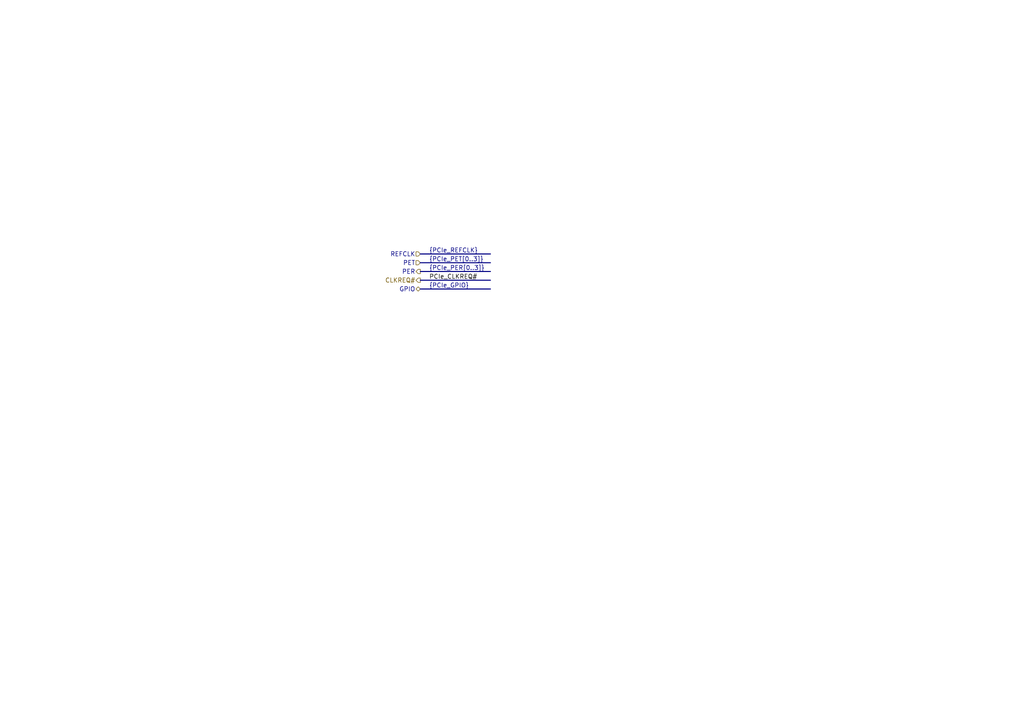
<source format=kicad_sch>
(kicad_sch
	(version 20250114)
	(generator "eeschema")
	(generator_version "9.0")
	(uuid "43c4c4ad-f5b8-4d3e-8714-5d0955b9fadf")
	(paper "A4")
	(title_block
		(date "2026-01-09")
		(rev "1.0.0")
	)
	(lib_symbols)
	(bus_alias "PCIe_REFCLK"
		(members "PCIe_REFCLK+" "PCIe_REFCLK-")
	)
	(bus
		(pts
			(xy 142.24 73.66) (xy 121.92 73.66)
		)
		(stroke
			(width 0)
			(type default)
		)
		(uuid "0300f07a-b675-4aaa-a7af-c970182f06ee")
	)
	(bus
		(pts
			(xy 142.24 83.82) (xy 121.92 83.82)
		)
		(stroke
			(width 0)
			(type default)
		)
		(uuid "1e191f64-ec4d-42cb-a4ac-bc598c6fe1c3")
	)
	(bus
		(pts
			(xy 142.24 78.74) (xy 121.92 78.74)
		)
		(stroke
			(width 0)
			(type default)
		)
		(uuid "2f70d187-4025-4f76-994c-8c981f27e9f8")
	)
	(bus
		(pts
			(xy 142.24 81.28) (xy 121.92 81.28)
		)
		(stroke
			(width 0)
			(type default)
		)
		(uuid "6e5ea1d8-e01a-4db4-98db-422879b2f5e6")
	)
	(bus
		(pts
			(xy 142.24 76.2) (xy 121.92 76.2)
		)
		(stroke
			(width 0)
			(type default)
		)
		(uuid "ddc7511f-5457-4149-bcac-96b2d4c8a6b5")
	)
	(label "PCIe_CLKREQ#"
		(at 124.46 81.28 0)
		(effects
			(font
				(size 1.27 1.27)
			)
			(justify left bottom)
		)
		(uuid "0784e77f-ecd6-4901-8626-efebcc4b83f4")
	)
	(label "{PCIe_PER[0..3]}"
		(at 124.46 78.74 0)
		(effects
			(font
				(size 1.27 1.27)
			)
			(justify left bottom)
		)
		(uuid "6c4b69d2-3169-48a5-ab38-7b2a9b9541e0")
	)
	(label "{PCIe_PET[0..3]}"
		(at 124.46 76.2 0)
		(effects
			(font
				(size 1.27 1.27)
			)
			(justify left bottom)
		)
		(uuid "7b8af837-52ae-4490-9155-1da77a346457")
	)
	(label "{PCIe_GPIO}"
		(at 124.46 83.82 0)
		(effects
			(font
				(size 1.27 1.27)
			)
			(justify left bottom)
		)
		(uuid "c0d275f5-96a6-4adf-8103-70b1553cc33c")
	)
	(label "{PCIe_REFCLK}"
		(at 124.46 73.66 0)
		(effects
			(font
				(size 1.27 1.27)
			)
			(justify left bottom)
		)
		(uuid "f7b1c4fd-432b-4bf6-a289-be2dff0279e4")
	)
	(hierarchical_label "CLKREQ#"
		(shape output)
		(at 121.92 81.28 180)
		(effects
			(font
				(size 1.27 1.27)
			)
			(justify right)
		)
		(uuid "1bc7840b-9993-4647-9478-636591bc1c7c")
	)
	(hierarchical_label "GPIO"
		(shape bidirectional)
		(at 121.92 83.82 180)
		(effects
			(font
				(size 1.27 1.27)
			)
			(justify right)
		)
		(uuid "2bde2382-b539-4bcf-a064-bc64b83963a5")
	)
	(hierarchical_label "PET"
		(shape input)
		(at 121.92 76.2 180)
		(effects
			(font
				(size 1.27 1.27)
			)
			(justify right)
		)
		(uuid "9d4b9bcc-b5a4-4d84-ad00-7ad8e61e2a0e")
	)
	(hierarchical_label "REFCLK"
		(shape input)
		(at 121.92 73.66 180)
		(effects
			(font
				(size 1.27 1.27)
			)
			(justify right)
		)
		(uuid "bbe1eeeb-9123-43db-a9c0-d5fe458764e4")
	)
	(hierarchical_label "PER"
		(shape output)
		(at 121.92 78.74 180)
		(effects
			(font
				(size 1.27 1.27)
			)
			(justify right)
		)
		(uuid "bf77946f-ded1-484e-bc4d-347836980155")
	)
)

</source>
